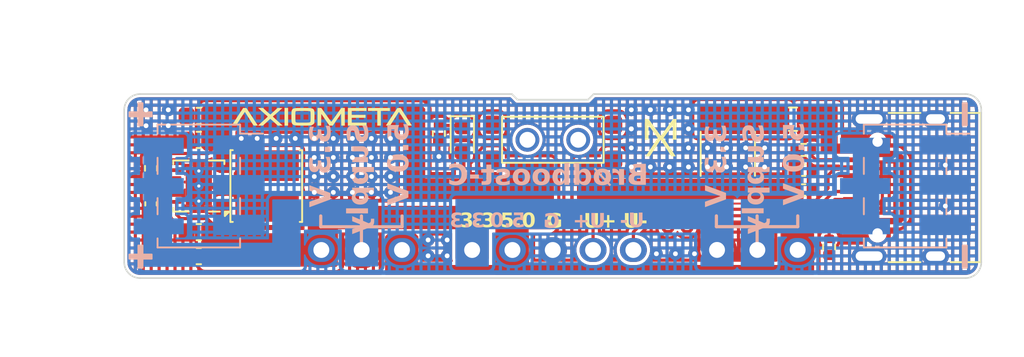
<source format=kicad_pcb>
(kicad_pcb (version 20240108) (generator "pcbnew") (generator_version "8.0")
  (layers (0 "F.Cu" mixed) (31 "B.Cu" mixed) (34 "B.Paste" user) (35 "F.Paste" user) (36 "B.SilkS" user "B.Silkscreen") (37 "F.SilkS" user "F.Silkscreen") (38 "B.Mask" user) (39 "F.Mask" user) (44 "Edge.Cuts" user))
  (net 0 "")
  (net 1 "GND")
  (net 2 "/V_IN")
  (net 3 "+3V3")
  (net 4 "+5V")
  (net 5 "Net-(F1-Pad1)")
  (net 6 "Net-(FB1-Pad2)")
  (net 7 "/BB_NET_1")
  (net 8 "/BB_NET_2")
  (net 9 "/CC2")
  (net 10 "/CC1")
  (net 15 "Net-(U4-EN)")
  (net 16 "/USB_M")
  (net 17 "/USB_P")
  (net 18 "Net-(D1-K)")
  (net 19 "/L2")
  (net 20 "/L1")
  (footprint "Capacitor_SMD:C_0603_1608Metric" (layer "F.Cu") (at 126.125 113.015 180)
    (property "Reference" "C3" (hide yes))
    (property "Value" "10uF")
    (pad "1" smd roundrect (at -0.775 0 180) (size 0.9 0.95) (layers "F.Cu" "F.Paste" "F.Mask") (net 3 "+3V3"))
    (pad "2" smd roundrect (at 0.775 0 180) (size 0.9 0.95) (layers "F.Cu" "F.Paste" "F.Mask") (net 1 "GND"))
  )
  (footprint "aArtWork:smaller_Axiometa" (layer "F.Cu") (at 134.191 104.474)
    (property "Reference" "G***" (hide yes))
    (property "Value" "LOGO" (hide yes))
  )
  (footprint "Connector_PinHeader_2.54mm:PinHeader_1x03_P2.54mm_Vertical" (layer "F.Cu") (at 133.844999 112.63 90)
    (property "Reference" "J3" (hide yes))
    (property "Value" "Select")
    (pad "1" thru_hole oval (at 0 0 90) (size 1.5 1.7) (drill 1) (layers "*.Cu" "*.Mask") (net 3 "+3V3"))
    (pad "2" thru_hole oval (at 0 2.54 90) (size 1.5 1.7) (drill 1) (layers "*.Cu" "*.Mask") (net 7 "/BB_NET_1"))
    (pad "3" thru_hole oval (at 0 5.079999 90) (size 1.5 1.7) (drill 1) (layers "*.Cu" "*.Mask") (net 4 "+5V"))
  )
  (footprint "Inductor_SMD:L_Sunlord_SWPA4012S" (layer "F.Cu") (at 130.375 108.6 90)
    (property "Reference" "L1" (hide yes))
    (property "Value" "2.2uH")
    (pad "1" smd rect (at -1.5 0 90) (size 1.1 3.7) (layers "F.Cu" "F.Paste" "F.Mask") (net 19 "/L2"))
    (pad "2" smd rect (at 1.5 0 90) (size 1.1 3.7) (layers "F.Cu" "F.Paste" "F.Mask") (net 20 "/L1"))
  )
  (footprint "Resistor_SMD:R_0402_1005Metric" (layer "F.Cu") (at 164.23 106.325)
    (property "Reference" "R3" (hide yes))
    (property "Value" "5.1k")
    (pad "1" smd roundrect (at -0.509999 0) (size 0.54 0.64) (layers "F.Cu" "F.Paste" "F.Mask") (net 1 "GND"))
    (pad "2" smd roundrect (at 0.509999 0) (size 0.54 0.64) (layers "F.Cu" "F.Paste" "F.Mask") (net 9 "/CC2"))
  )
  (footprint "Resistor_SMD:R_0402_1005Metric" (layer "F.Cu") (at 141.25 105.29 90)
    (property "Reference" "R1" (hide yes))
    (property "Value" "2k")
    (pad "1" smd roundrect (at -0.509999 0 90) (size 0.54 0.64) (layers "F.Cu" "F.Paste" "F.Mask") (net 1 "GND"))
    (pad "2" smd roundrect (at 0.509999 0 90) (size 0.54 0.64) (layers "F.Cu" "F.Paste" "F.Mask") (net 18 "Net-(D1-K)"))
  )
  (footprint "Capacitor_SMD:C_0805_2012Metric" (layer "F.Cu") (at 163.56 104.39)
    (property "Reference" "FB1" (hide yes))
    (property "Value" "FerriteBead")
    (pad "1" smd roundrect (at -0.95 0) (size 1 1.45) (layers "F.Cu" "F.Paste" "F.Mask") (net 5 "Net-(F1-Pad1)"))
    (pad "2" smd roundrect (at 0.95 0) (size 1 1.45) (layers "F.Cu" "F.Paste" "F.Mask") (net 6 "Net-(FB1-Pad2)"))
  )
  (footprint "Resistor_SMD:R_0402_1005Metric" (layer "F.Cu") (at 165.837 112.436 90)
    (property "Reference" "R4" (hide yes))
    (property "Value" "5.1k")
    (pad "1" smd roundrect (at -0.509999 0 90) (size 0.54 0.64) (layers "F.Cu" "F.Paste" "F.Mask") (net 1 "GND"))
    (pad "2" smd roundrect (at 0.509999 0 90) (size 0.54 0.64) (layers "F.Cu" "F.Paste" "F.Mask") (net 10 "/CC1"))
  )
  (footprint "Fuse:Fuse_1812_4532Metric_Pad1.30x3.40mm_HandSolder" (layer "F.Cu") (at 159.455 106.57 -90)
    (property "Reference" "F1" (hide yes))
    (property "Value" "Polyfuse")
    (pad "1" smd roundrect (at -2.225001 0 270) (size 1.3 3.4) (layers "F.Cu" "F.Paste" "F.Mask") (roundrect_rratio 0.192308) (net 5 "Net-(F1-Pad1)"))
    (pad "2" smd roundrect (at 2.225001 0 270) (size 1.3 3.4) (layers "F.Cu" "F.Paste" "F.Mask") (roundrect_rratio 0.192308) (net 2 "/V_IN"))
  )
  (footprint "Capacitor_SMD:C_0603_1608Metric" (layer "F.Cu") (at 126.125 104.185 180)
    (property "Reference" "C7" (hide yes))
    (property "Value" "100nF")
    (pad "1" smd roundrect (at -0.775 0 180) (size 0.9 0.95) (layers "F.Cu" "F.Paste" "F.Mask") (net 4 "+5V"))
    (pad "2" smd roundrect (at 0.775 0 180) (size 0.9 0.95) (layers "F.Cu" "F.Paste" "F.Mask") (net 1 "GND"))
  )
  (footprint "Connector_PinHeader_2.54mm:PinHeader_1x03_P2.54mm_Vertical" (layer "F.Cu") (at 158.775001 112.625 90)
    (property "Reference" "J4" (hide yes))
    (property "Value" "Select")
    (pad "1" thru_hole oval (at 0 0 90) (size 1.5 1.7) (drill 1) (layers "*.Cu" "*.Mask") (net 3 "+3V3"))
    (pad "2" thru_hole oval (at 0 2.54 90) (size 1.5 1.7) (drill 1) (layers "*.Cu" "*.Mask") (net 8 "/BB_NET_2"))
    (pad "3" thru_hole oval (at 0 5.079999 90) (size 1.5 1.7) (drill 1) (layers "*.Cu" "*.Mask") (net 4 "+5V"))
  )
  (footprint "Capacitor_SMD:C_0402_1005Metric" (layer "F.Cu") (at 164.235 107.6)
    (property "Reference" "C1" (hide yes))
    (property "Value" "1uF")
    (pad "1" smd roundrect (at -0.48 0) (size 0.56 0.62) (layers "F.Cu" "F.Paste" "F.Mask") (net 2 "/V_IN"))
    (pad "2" smd roundrect (at 0.48 0) (size 0.56 0.62) (layers "F.Cu" "F.Paste" "F.Mask") (net 1 "GND"))
  )
  (footprint "aFootprint:Switch_Side" (layer "F.Cu") (at 150.93 109.4375)
    (property "Reference" "U2" (hide yes))
    (property "Value" "Side_Switch_SMD")
    (pad "1" smd roundrect (at -6.3 -4.7) (size 1.15 1.15) (layers "F.Cu" "F.Paste" "F.Mask"))
    (pad "2" smd roundrect (at -6.3 -2.5) (size 1.15 1.15) (layers "F.Cu" "F.Paste" "F.Mask"))
    (pad "3" smd roundrect (at -4.7 -1.4) (size 1.15 1.675) (layers "F.Cu" "F.Paste" "F.Mask") (net 4 "+5V"))
    (pad "4" smd roundrect (at -3.2 -1.4) (size 1.15 1.675) (layers "F.Cu" "F.Paste" "F.Mask") (net 4 "+5V"))
    (pad "5" smd roundrect (at -0.2 -1.4) (size 1.15 1.675) (layers "F.Cu" "F.Paste" "F.Mask") (net 2 "/V_IN"))
    (pad "6" smd roundrect (at 1.3 -2.5) (size 1.15 1.15) (layers "F.Cu" "F.Paste" "F.Mask"))
    (pad "7" smd roundrect (at 1.3 -4.7) (size 1.15 1.15) (layers "F.Cu" "F.Paste" "F.Mask"))
    (pad "8" thru_hole circle (at -4.1 -3.75) (size 1.5 1.5) (drill 1) (layers "*.Cu" "*.Mask"))
    (pad "8" thru_hole circle (at -0.9 -3.75) (size 1.5 1.5) (drill 1) (layers "*.Cu" "*.Mask"))
  )
  (footprint "Capacitor_SMD:C_0603_1608Metric" (layer "F.Cu") (at 126.125 111.505 180)
    (property "Reference" "C4" (hide yes))
    (property "Value" "10uF")
    (pad "1" smd roundrect (at -0.775 0 180) (size 0.9 0.95) (layers "F.Cu" "F.Paste" "F.Mask") (net 3 "+3V3"))
    (pad "2" smd roundrect (at 0.775 0 180) (size 0.9 0.95) (layers "F.Cu" "F.Paste" "F.Mask") (net 1 "GND"))
  )
  (footprint "Package_SON:Texas_DRC0010J_ThermalVias" (layer "F.Cu") (at 126.125 108.6 180)
    (property "Reference" "U4" (hide yes))
    (property "Value" "TPS63001")
    (pad "1" smd roundrect (at -1.4 -1 180) (size 0.6 0.24) (layers "F.Cu" "F.Paste" "F.Mask") (net 3 "+3V3"))
    (pad "2" smd roundrect (at -1.4 -0.5 180) (size 0.6 0.24) (layers "F.Cu" "F.Paste" "F.Mask") (net 19 "/L2"))
    (pad "3" smd roundrect (at -1.4 0 180) (size 0.6 0.24) (layers "F.Cu" "F.Paste" "F.Mask") (net 1 "GND"))
    (pad "4" smd roundrect (at -1.4 0.5 180) (size 0.6 0.24) (layers "F.Cu" "F.Paste" "F.Mask") (net 20 "/L1"))
    (pad "5" smd roundrect (at -1.4 1 180) (size 0.6 0.24) (layers "F.Cu" "F.Paste" "F.Mask") (net 4 "+5V"))
    (pad "6" smd roundrect (at 1.4 1 180) (size 0.6 0.24) (layers "F.Cu" "F.Paste" "F.Mask") (net 15 "Net-(U4-EN)"))
    (pad "7" smd roundrect (at 1.4 0.5 180) (size 0.6 0.24) (layers "F.Cu" "F.Paste" "F.Mask") (net 15 "Net-(U4-EN)"))
    (pad "8" smd roundrect (at 1.4 0 180) (size 0.6 0.24) (layers "F.Cu" "F.Paste" "F.Mask") (net 15 "Net-(U4-EN)"))
    (pad "9" smd roundrect (at 1.4 -0.5 180) (size 0.6 0.24) (layers "F.Cu" "F.Paste" "F.Mask") (net 1 "GND"))
    (pad "10" smd roundrect (at 1.4 -1 180) (size 0.6 0.24) (layers "F.Cu" "F.Paste" "F.Mask") (net 3 "+3V3"))
    (pad "11" thru_hole circle (at 0 -0.95 180) (size 0.5 0.5) (drill 0.2) (layers "*.Cu") (net 1 "GND"))
    (pad "11" thru_hole circle (at 0 0 180) (size 0.5 0.5) (drill 0.2) (layers "*.Cu") (net 1 "GND"))
    (pad "11" smd custom (at 0 0 180) (size 1.65 2.4) (layers "F.Cu" "F.Mask") (net 1 "GND") (options (clearance outline) (anchor rect)) (primitives (gr_poly (pts (xy -0.125 -1.1) (xy 0.125 -1.1) (xy 0.125 -1.7) (xy 0.375 -1.7) (xy 0.375 1.7) (xy 0.125 1.7) (xy 0.125 1.1) (xy -0.125 1.1) (xy -0.125 1.7) (xy -0.375 1.7) (xy -0.375 -1.7) (xy -0.125 -1.7)) (width 0) (fill yes))))
    (pad "11" thru_hole circle (at 0 0.95 180) (size 0.5 0.5) (drill 0.2) (layers "*.Cu") (net 1 "GND"))
  )
  (footprint "LED_SMD:LED_0603_1608Metric" (layer "F.Cu") (at 142.725 105.6875 -90)
    (property "Reference" "D1" (hide yes))
    (property "Value" "C2286")
    (pad "1" smd roundrect (at -0.787501 0 270) (size 0.875 0.95) (layers "F.Cu" "F.Paste" "F.Mask") (net 18 "Net-(D1-K)"))
    (pad "2" smd roundrect (at 0.787501 0 270) (size 0.875 0.95) (layers "F.Cu" "F.Paste" "F.Mask") (net 4 "+5V"))
  )
  (footprint "Capacitor_SMD:C_0402_1005Metric" (layer "F.Cu") (at 123.115 109.7225 -90)
    (property "Reference" "C5" (hide yes))
    (property "Value" "100nF")
    (pad "1" smd roundrect (at -0.48 0 270) (size 0.56 0.62) (layers "F.Cu" "F.Paste" "F.Mask") (net 15 "Net-(U4-EN)"))
    (pad "2" smd roundrect (at 0.48 0 270) (size 0.56 0.62) (layers "F.Cu" "F.Paste" "F.Mask") (net 1 "GND"))
  )
  (footprint "Capacitor_SMD:C_0402_1005Metric" (layer "F.Cu") (at 164.23 108.85)
    (property "Reference" "C2" (hide yes))
    (property "Value" "100nF")
    (pad "1" smd roundrect (at -0.48 0) (size 0.56 0.62) (layers "F.Cu" "F.Paste" "F.Mask") (net 2 "/V_IN"))
    (pad "2" smd roundrect (at 0.48 0) (size 0.56 0.62) (layers "F.Cu" "F.Paste" "F.Mask") (net 1 "GND"))
  )
  (footprint "Connector_PinHeader_2.54mm:PinHeader_1x05_P2.54mm_Horizontal" (layer "F.Cu") (at 148.425 112.63 90)
    (property "Reference" "J6" (hide yes))
    (property "Value" "Breakout" (hide yes))
    (pad "1" thru_hole oval (at 0 -5.08 90) (size 1.5 1.7) (drill 1) (layers "*.Cu" "*.Mask") (net 3 "+3V3"))
    (pad "2" thru_hole oval (at 0 -2.54 90) (size 1.5 1.7) (drill 1) (layers "*.Cu" "*.Mask") (net 4 "+5V"))
    (pad "3" thru_hole oval (at 0 0 90) (size 1.5 1.7) (drill 1) (layers "*.Cu" "*.Mask") (net 1 "GND"))
    (pad "4" thru_hole oval (at 0 2.54 90) (size 1.5 1.7) (drill 1) (layers "*.Cu" "*.Mask") (net 17 "/USB_P"))
    (pad "5" thru_hole oval (at 0 5.08 90) (size 1.5 1.7) (drill 1) (layers "*.Cu" "*.Mask") (net 16 "/USB_M"))
  )
  (footprint "aArtWork:Axiometa_2mm" (layer "F.Cu") (at 155.226 105.55)
    (property "Reference" "G***" (hide yes))
    (property "Value" "LOGO" (hide yes))
  )
  (footprint "Capacitor_SMD:C_0603_1608Metric" (layer "F.Cu") (at 126.125 105.695 180)
    (property "Reference" "C6" (hide yes))
    (property "Value" "10uF")
    (pad "1" smd roundrect (at -0.775 0 180) (size 0.9 0.95) (layers "F.Cu" "F.Paste" "F.Mask") (net 4 "+5V"))
    (pad "2" smd roundrect (at 0.775 0 180) (size 0.9 0.95) (layers "F.Cu" "F.Paste" "F.Mask") (net 1 "GND"))
  )
  (footprint "Resistor_SMD:R_0402_1005Metric" (layer "F.Cu") (at 123.115 107.4825 -90)
    (property "Reference" "R2" (hide yes))
    (property "Value" "100")
    (pad "1" smd roundrect (at -0.51 0 270) (size 0.54 0.64) (layers "F.Cu" "F.Paste" "F.Mask") (net 4 "+5V"))
    (pad "2" smd roundrect (at 0.51 0 270) (size 0.54 0.64) (layers "F.Cu" "F.Paste" "F.Mask") (net 15 "Net-(U4-EN)"))
  )
  (footprint "Connector_USB:USB_C_Receptacle_HRO_TYPE-C-31-M-12" (layer "F.Cu") (at 171.49 108.695 90)
    (property "Reference" "P1" (hide yes))
    (property "Value" "USB Type C")
    (pad "" np_thru_hole circle (at -2.89 -2.6 90) (size 0.65 0.65) (drill 0.65) (layers "*.Cu" "*.Mask"))
    (pad "" np_thru_hole circle (at 2.89 -2.6 90) (size 0.65 0.65) (drill 0.65) (layers "*.Cu" "*.Mask"))
    (pad "A1" smd rect (at -3.25 -4.045 90) (size 0.6 1.45) (layers "F.Cu" "F.Paste" "F.Mask") (net 1 "GND"))
    (pad "A4" smd rect (at -2.450001 -4.045 90) (size 0.6 1.45) (layers "F.Cu" "F.Paste" "F.Mask") (net 6 "Net-(FB1-Pad2)"))
    (pad "A5" smd rect (at -1.25 -4.044999 90) (size 0.3 1.45) (layers "F.Cu" "F.Paste" "F.Mask") (net 10 "/CC1"))
    (pad "A6" smd rect (at -0.25 -4.045 90) (size 0.3 1.45) (layers "F.Cu" "F.Paste" "F.Mask") (net 17 "/USB_P"))
    (pad "A7" smd rect (at 0.25 -4.045 90) (size 0.3 1.45) (layers "F.Cu" "F.Paste" "F.Mask") (net 16 "/USB_M"))
    (pad "A8" smd rect (at 1.25 -4.044999 90) (size 0.3 1.45) (layers "F.Cu" "F.Paste" "F.Mask"))
    (pad "A9" smd rect (at 2.450001 -4.045 90) (size 0.6 1.45) (layers "F.Cu" "F.Paste" "F.Mask") (net 6 "Net-(FB1-Pad2)"))
    (pad "A12" smd rect (at 3.25 -4.045 90) (size 0.6 1.45) (layers "F.Cu" "F.Paste" "F.Mask") (net 1 "GND"))
    (pad "B1" smd rect (at 3.25 -4.045 90) (size 0.6 1.45) (layers "F.Cu" "F.Paste" "F.Mask") (net 1 "GND"))
    (pad "B4" smd rect (at 2.450001 -4.045 90) (size 0.6 1.45) (layers "F.Cu" "F.Paste" "F.Mask") (net 6 "Net-(FB1-Pad2)"))
    (pad "B5" smd rect (at 1.75 -4.045 90) (size 0.3 1.45) (layers "F.Cu" "F.Paste" "F.Mask") (net 9 "/CC2"))
    (pad "B6" smd rect (at 0.75 -4.045 90) (size 0.3 1.45) (layers "F.Cu" "F.Paste" "F.Mask") (net 17 "/USB_P"))
    (pad "B7" smd rect (at -0.75 -4.045 90) (size 0.3 1.45) (layers "F.Cu" "F.Paste" "F.Mask") (net 16 "/USB_M"))
    (pad "B8" smd rect (at -1.75 -4.045 90) (size 0.3 1.45) (layers "F.Cu" "F.Paste" "F.Mask"))
    (pad "B9" smd rect (at -2.450001 -4.045 90) (size 0.6 1.45) (layers "F.Cu" "F.Paste" "F.Mask") (net 6 "Net-(FB1-Pad2)"))
    (pad "B12" smd rect (at -3.25 -4.045 90) (size 0.6 1.45) (layers "F.Cu" "F.Paste" "F.Mask") (net 1 "GND"))
    (pad "S1" thru_hole oval (at -4.32 -3.13 90) (size 1 2.1) (drill oval 0.6 1.7) (layers "*.Cu" "*.Mask") (net 1 "GND"))
    (pad "S1" thru_hole oval (at -4.32 1.05 90) (size 1 1.6) (drill oval 0.6 1.2) (layers "*.Cu" "*.Mask") (net 1 "GND"))
    (pad "S1" thru_hole oval (at 4.32 -3.13 90) (size 1 2.1) (drill oval 0.6 1.7) (layers "*.Cu" "*.Mask") (net 1 "GND"))
    (pad "S1" thru_hole oval (at 4.32 1.05 90) (size 1 1.6) (drill oval 0.6 1.2) (layers "*.Cu" "*.Mask") (net 1 "GND"))
  )
  (footprint "Connector_PinHeader_2.54mm:PinHeader_2x03_P2.54mm_Vertical_SMD" (layer "B.Cu") (at 170.625 108.6 180)
    (property "Reference" "J1" (hide yes))
    (property "Value" "Conn_02x02_Counter_Clockwise")
    (pad "1" smd rect (at -2.525 2.54 180) (size 3.15 1) (layers "B.Cu" "B.Paste" "B.Mask") (net 1 "GND"))
    (pad "2" smd rect (at 2.525 2.54 180) (size 3.15 1) (layers "B.Cu" "B.Paste" "B.Mask") (net 8 "/BB_NET_2"))
    (pad "3" smd rect (at -2.525 0 180) (size 3.15 1) (layers "B.Cu" "B.Paste" "B.Mask") (net 1 "GND"))
    (pad "4" smd rect (at 2.525 0 180) (size 3.15 1) (layers "B.Cu" "B.Paste" "B.Mask") (net 8 "/BB_NET_2"))
    (pad "5" smd rect (at -2.525 -2.54 180) (size 3.15 1) (layers "B.Cu" "B.Paste" "B.Mask") (net 1 "GND"))
    (pad "6" smd rect (at 2.525 -2.54 180) (size 3.15 1) (layers "B.Cu" "B.Paste" "B.Mask") (net 8 "/BB_NET_2"))
  )
  (footprint "Connector_PinHeader_2.54mm:PinHeader_2x03_P2.54mm_Vertical_SMD" (layer "B.Cu") (at 126.125 108.6 180)
    (property "Reference" "J2" (hide yes))
    (property "Value" "Conn_02x02_Counter_Clockwise")
    (pad "1" smd rect (at -2.525 2.54 180) (size 3.15 1) (layers "B.Cu" "B.Paste" "B.Mask") (net 1 "GND"))
    (pad "2" smd rect (at 2.525 2.54 180) (size 3.15 1) (layers "B.Cu" "B.Paste" "B.Mask") (net 7 "/BB_NET_1"))
    (pad "3" smd rect (at -2.525 0 180) (size 3.15 1) (layers "B.Cu" "B.Paste" "B.Mask") (net 1 "GND"))
    (pad "4" smd rect (at 2.525 0 180) (size 3.15 1) (layers "B.Cu" "B.Paste" "B.Mask") (net 7 "/BB_NET_1"))
    (pad "5" smd rect (at -2.525 -2.54 180) (size 3.15 1) (layers "B.Cu" "B.Paste" "B.Mask") (net 1 "GND"))
    (pad "6" smd rect (at 2.525 -2.54 180) (size 3.15 1) (layers "B.Cu" "B.Paste" "B.Mask") (net 7 "/BB_NET_1"))
  )
  (gr_line (start 163.860002 110.48) (end 163.860002 111.16) (stroke (width 0.2)) (layer "B.SilkS"))
  (gr_line (start 136.372498 110.485) (end 136.372498 111.165) (stroke (width 0.2)) (layer "B.SilkS"))
  (gr_rect (start 121.748 103.941) (end 123.162 104.217) (stroke (width 0.1)) (fill solid) (layer "B.SilkS"))
  (gr_rect (start 122.31 103.372) (end 122.586 104.786) (stroke (width 0.1)) (fill solid) (layer "B.SilkS"))
  (gr_line (start 161.300001 110.48) (end 161.300001 111.16) (stroke (width 0.2)) (layer "B.SilkS"))
  (gr_line (start 133.807499 110.485) (end 133.807499 111.165) (stroke (width 0.2)) (layer "B.SilkS"))
  (gr_rect (start 174.247 112.341) (end 174.523 113.755) (stroke (width 0.1)) (fill solid) (layer "B.SilkS"))
  (gr_rect (start 174.247 103.372) (end 174.523 104.786) (stroke (width 0.1)) (fill solid) (layer "B.SilkS"))
  (gr_rect (start 121.748 112.91) (end 123.162 113.186) (stroke (width 0.1)) (fill solid) (layer "B.SilkS"))
  (gr_rect (start 122.31 112.341) (end 122.586 113.755) (stroke (width 0.1)) (fill solid) (layer "B.SilkS"))
  (gr_line (start 136.369999 111.165) (end 136.369999 112.63) (stroke (width 0.2)) (layer "B.SilkS"))
  (gr_line (start 138.932499 110.485) (end 138.932499 111.165) (stroke (width 0.2)) (layer "B.SilkS"))
  (gr_line (start 163.860002 111.16) (end 158.735002 111.16) (stroke (width 0.2)) (layer "B.SilkS"))
  (gr_line (start 158.735002 110.48) (end 158.735002 111.16) (stroke (width 0.2)) (layer "B.SilkS"))
  (gr_line (start 161.300001 111.16) (end 161.300001 112.625) (stroke (width 0.2)) (layer "B.SilkS"))
  (gr_line (start 138.932499 111.165) (end 133.807499 111.165) (stroke (width 0.2)) (layer "B.SilkS"))
  (gr_line (start 174.425 114.4) (end 122.425 114.4) (stroke (width 0.1)) (layer "Edge.Cuts"))
  (gr_line (start 174.425001 102.805) (end 151.000001 102.805) (stroke (width 0.1)) (layer "Edge.Cuts"))
  (gr_line (start 146.203553 103.158553) (end 145.85 102.805) (stroke (width 0.1)) (layer "Edge.Cuts"))
  (gr_line (start 122.425 102.805) (end 145.85 102.805) (stroke (width 0.1)) (layer "Edge.Cuts"))
  (gr_arc (start 121.425 103.805) (mid 121.717893 103.097893) (end 122.425 102.805) (stroke (width 0.1)) (layer "Edge.Cuts"))
  (gr_arc (start 174.425001 102.805) (mid 175.132107 103.097894) (end 175.425 103.805) (stroke (width 0.1)) (layer "Edge.Cuts"))
  (gr_arc (start 175.425 113.4) (mid 175.132107 114.107107) (end 174.425 114.4) (stroke (width 0.1)) (layer "Edge.Cuts"))
  (gr_line (start 150.646448 103.158553) (end 151.000001 102.805) (stroke (width 0.1)) (layer "Edge.Cuts"))
  (gr_arc (start 122.425 114.4) (mid 121.717893 114.107107) (end 121.425 113.4) (stroke (width 0.1)) (layer "Edge.Cuts"))
  (gr_line (start 150.646448 103.158553) (end 146.203553 103.158553) (stroke (width 0.1)) (layer "Edge.Cuts"))
  (gr_line (start 121.425 113.4) (end 121.425 103.805) (stroke (width 0.1)) (layer "Edge.Cuts"))
  (gr_line (start 175.425 103.805) (end 175.425 113.4) (stroke (width 0.1)) (layer "Edge.Cuts"))
  (gr_text "U-" (at 154.195 111.343 -0) (layer "B.SilkS") (effects (font (size 0.9 0.9) (thickness 0.2) (bold yes)) (justify left bottom mirror)))
  (gr_text "5.0" (at 146.7 111.337 -0) (layer "B.SilkS") (effects (font (size 0.9 0.9) (thickness 0.2) (bold yes)) (justify left bottom mirror)))
  (gr_text "5.0 V" (at 164.477503 104.557 90) (layer "B.SilkS") (effects (font (size 1.3 1.3) (thickness 0.325) (bold yes)) (justify left bottom mirror)))
  (gr_text "3.3" (at 144.148 111.347 -0) (layer "B.SilkS") (effects (font (size 0.9 0.9) (thickness 0.2) (bold yes)) (justify left bottom mirror)))
  (gr_text "Supply" (at 161.932714 104.637 90) (layer "B.SilkS") (effects (font (size 1.3 1.3) (thickness 0.325) (bold yes)) (justify left bottom mirror)))
  (gr_text "5.0 V" (at 139.55 104.562 90) (layer "B.SilkS") (effects (font (size 1.3 1.3) (thickness 0.325) (bold yes)) (justify left bottom mirror)))
  (gr_text "3.3 V" (at 134.635 104.682 90) (layer "B.SilkS") (effects (font (size 1.3 1.3) (thickness 0.325) (bold yes)) (justify left bottom mirror)))
  (gr_text "U+" (at 151.762 111.366 -0) (layer "B.SilkS") (effects (font (size 0.9 0.9) (thickness 0.2) (bold yes)) (justify left bottom mirror)))
  (gr_text "Brødboost-C" (at 148.121 108.746 0) (layer "B.SilkS") (effects (font (size 1.3 1.3) (thickness 0.06) (bold yes)) (justify bottom mirror)))
  (gr_text "G" (at 148.863 111.383 -0) (layer "B.SilkS") (effects (font (size 0.9 0.9) (thickness 0.2) (bold yes)) (justify left bottom mirror)))
  (gr_text "3.3 V" (at 159.562503 104.677 90) (layer "B.SilkS") (effects (font (size 1.3 1.3) (thickness 0.325) (bold yes)) (justify left bottom mirror)))
  (gr_text "Supply" (at 137.005211 104.642 90) (layer "B.SilkS") (effects (font (size 1.3 1.3) (thickness 0.325) (bold yes)) (justify left bottom mirror)))
  (gr_text "3.3" (at 142.566 111.343 0) (layer "F.SilkS") (effects (font (size 0.9 0.9) (thickness 0.2) (bold yes)) (justify left bottom)))
  (gr_text "5.0" (at 145.12 111.343 0) (layer "F.SilkS") (effects (font (size 0.9 0.9) (thickness 0.2) (bold yes)) (justify left bottom)))
  (gr_text "U+" (at 150.368 111.372 0) (layer "F.SilkS") (effects (font (size 0.9 0.9) (thickness 0.2) (bold yes)) (justify left bottom)))
  (gr_text "U-" (at 152.855 111.372 0) (layer "F.SilkS") (effects (font (size 0.9 0.9) (thickness 0.2) (bold yes)) (justify left bottom)))
  (gr_text "G" (at 148.008 111.372 0) (layer "F.SilkS") (effects (font (size 0.9 0.9) (thickness 0.2) (bold yes)) (justify left bottom)))
  (segment (start 127.525 108.6) (end 126.7 108.6) (width 0.2) (layer "F.Cu") (net 1))
  (segment (start 141.25 105.799999) (end 141.25 106.74) (width 0.2) (layer "F.Cu") (net 1))
  (via (at 154.954 112.867) (size 0.5) (drill 0.3) (layers "F.Cu" "B.Cu") (net 1))
  (via (at 156.974 107.397) (size 0.5) (drill 0.3) (layers "F.Cu" "B.Cu") (net 1))
  (via (at 161.774 106.198) (size 0.5) (drill 0.3) (layers "F.Cu" "B.Cu") (net 1))
  (via (at 155.774 107.397) (size 0.5) (drill 0.3) (layers "F.Cu" "B.Cu") (net 1))
  (via (at 141.771 111.997) (size 0.5) (drill 0.3) (layers "F.Cu" "B.Cu") (net 1))
  (via (at 153.374 104.997) (size 0.5) (drill 0.3) (layers "F.Cu" "B.Cu") (net 1))
  (via (at 133.4 106.8) (size 0.5) (drill 0.3) (layers "F.Cu" "B.Cu") (net 1))
  (via (at 156.975 104.998) (size 0.5) (drill 0.3) (layers "F.Cu" "B.Cu") (net 1))
  (via (at 156.975 106.198) (size 0.5) (drill 0.3) (layers "F.Cu" "B.Cu") (net 1))
  (via (at 135.8 108) (size 0.5) (drill 0.3) (layers "F.Cu" "B.Cu") (net 1))
  (via (at 173.16 107.28) (size 0.5) (drill 0.3) (layers "F.Cu" "B.Cu") (net 1))
  (via (at 161.773 107.399) (size 0.5) (drill 0.3) (layers "F.Cu" "B.Cu") (net 1))
  (via (at 153.374 103.797) (size 0.5) (drill 0.3) (layers "F.Cu" "B.Cu") (net 1))
  (via (at 156.974 103.797) (size 0.5) (drill 0.3) (layers "F.Cu" "B.Cu") (net 1))
  (via (at 134.6 109) (size 0.5) (drill 0.3) (layers "F.Cu" "B.Cu") (net 1))
  (via (at 140.571 111.997) (size 0.5) (drill 0.3) (layers "F.Cu" "B.Cu") (net 1))
  (via (at 129.8 105.6) (size 0.5) (drill 0.3) (layers "F.Cu" "B.Cu") (net 1))
  (via (at 131 105.6) (size 0.5) (drill 0.3) (layers "F.Cu" "B.Cu") (net 1))
  (via (at 158.174 107.397) (size 0.5) (drill 0.3) (layers "F.Cu" "B.Cu") (net 1))
  (via (at 122.8 104.8) (size 0.5) (drill 0.3) (layers "F.Cu" "B.Cu") (net 1))
  (via (at 135.8 109) (size 0.5) (drill 0.3) (layers "F.Cu" "B.Cu") (net 1))
  (via (at 137 109) (size 0.5) (drill 0.3) (layers "F.Cu" "B.Cu") (net 1))
  (via (at 153.374 106.197) (size 0.5) (drill 0.3) (layers "F.Cu" "B.Cu") (net 1))
  (via (at 124.2 103.8) (size 0.5) (drill 0.3) (layers "F.Cu" "B.Cu") (net 1))
  (via (at 134.6 106.8) (size 0.5) (drill 0.3) (layers "F.Cu" "B.Cu") (net 1))
  (via (at 134.6 108) (size 0.5) (drill 0.3) (layers "F.Cu" "B.Cu") (net 1))
  (via (at 138.2 109) (size 0.5) (drill 0.3) (layers "F.Cu" "B.Cu") (net 1))
  (via (at 122.8 103.8) (size 0.5) (drill 0.3) (layers "F.Cu" "B.Cu") (net 1))
  (via (at 157.354 112.867) (size 0.5) (drill 0.3) (layers "F.Cu" "B.Cu") (net 1))
  (via (at 155.774 103.797) (size 0.5) (drill 0.3) (layers "F.Cu" "B.Cu") (net 1))
  (via (at 156.154 112.867) (size 0.5) (drill 0.3) (layers "F.Cu" "B.Cu") (net 1))
  (via (at 160.574 107.398) (size 0.5) (drill 0.3) (layers "F.Cu" "B.Cu") (net 1))
  (via (at 138.2 108) (size 0.5) (drill 0.3) (layers "F.Cu" "B.Cu") (net 1))
  (via (at 138.2 106.8) (size 0.5) (drill 0.3) (layers "F.Cu" "B.Cu") (net 1))
  (via (at 137 108) (size 0.5) (drill 0.3) (layers "F.Cu" "B.Cu") (net 1))
  (via (at 132.2 105.6) (size 0.5) (drill 0.3) (layers "F.Cu" "B.Cu") (net 1))
  (via (at 159.374 106.197) (size 0.5) (drill 0.3) (layers "F.Cu" "B.Cu") (net 1))
  (via (at 140.571 112.997) (size 0.5) (drill 0.3) (layers "F.Cu" "B.Cu") (net 1))
  (via (at 128.8 105.6) (size 0.5) (drill 0.3) (layers "F.Cu" "B.Cu") (net 1))
  (via (at 138.2 105.6) (size 0.5) (drill 0.3) (layers "F.Cu" "B.Cu") (net 1))
  (via (at 133.4 105.6) (size 0.5) (drill 0.3) (layers "F.Cu" "B.Cu") (net 1))
  (via (at 135.8 106.8) (size 0.5) (drill 0.3) (layers "F.Cu" "B.Cu") (net 1))
  (via (at 160.575 106.198) (size 0.5) (drill 0.3) (layers "F.Cu" "B.Cu") (net 1))
  (via (at 137 106.8) (size 0.5) (drill 0.3) (layers "F.Cu" "B.Cu") (net 1))
  (via (at 133.4 108) (size 0.5) (drill 0.3) (layers "F.Cu" "B.Cu") (net 1))
  (via (at 133.4 109) (size 0.5) (drill 0.3) (layers "F.Cu" "B.Cu") (net 1))
  (via (at 153.374 107.397) (size 0.5) (drill 0.3) (layers "F.Cu" "B.Cu") (net 1))
  (via (at 154.574 107.397) (size 0.5) (drill 0.3) (layers "F.Cu" "B.Cu") (net 1))
  (via (at 153.374 104.997) (size 0.5) (drill 0.3) (layers "F.Cu" "B.Cu") (net 1))
  (via (at 158.174 106.197) (size 0.5) (drill 0.3) (layers "F.Cu" "B.Cu") (net 1))
  (via (at 134.6 105.6) (size 0.5) (drill 0.3) (layers "F.Cu" "B.Cu") (net 1))
  (via (at 124.2 104.8) (size 0.5) (drill 0.3) (layers "F.Cu" "B.Cu") (net 1))
  (via (at 154.574 103.797) (size 0.5) (drill 0.3) (layers "F.Cu" "B.Cu") (net 1))
  (via (at 141.25 106.74) (size 0.5) (drill 0.3) (layers "F.Cu" "B.Cu") (net 1))
  (via (at 173.16 109.86) (size 0.5) (drill 0.3) (layers "F.Cu" "B.Cu") (net 1))
  (via (at 159.375 107.398) (size 0.5) (drill 0.3) (layers "F.Cu" "B.Cu") (net 1))
  (via (at 154.574 103.797) (size 0.5) (drill 0.3) (layers "F.Cu" "B.Cu") (net 1))
  (via (at 135.8 105.6) (size 0.5) (drill 0.3) (layers "F.Cu" "B.Cu") (net 1))
  (via (at 137 105.6) (size 0.5) (drill 0.3) (layers "F.Cu" "B.Cu") (net 1))
  (via (at 141.771 112.997) (size 0.5) (drill 0.3) (layers "F.Cu" "B.Cu") (net 1))
  (segment (start 173.16 111.13) (end 173.15 111.14) (width 0.4) (layer "B.Cu") (net 1))
  (segment (start 173.15 107.27) (end 173.16 107.28) (width 0.4) (layer "B.Cu") (net 1))
  (segment (start 173.15 107.29) (end 173.16 107.28) (width 0.4) (layer "B.Cu") (net 1))
  (segment (start 173.15 109.85) (end 173.16 109.86) (width 0.4) (layer "B.Cu") (net 1))
  (segment (start 124.725 110.4) (end 124.975 110.65) (width 0.2) (layer "F.Cu") (net 3))
  (segment (start 126.875 110.875) (end 126.875 111.48) (width 0.2) (layer "F.Cu") (net 3))
  (segment (start 126.875 111.48) (end 126.9 111.505) (width 0.2) (layer "F.Cu") (net 3))
  (segment (start 124.975 110.65) (end 126.65 110.65) (width 0.2) (layer "F.Cu") (net 3))
  (segment (start 126.65 110.65) (end 126.875 110.875) (width 0.2) (layer "F.Cu") (net 3))
  (segment (start 124.725 109.6) (end 124.725 110.4) (width 0.2) (layer "F.Cu") (net 3))
  (segment (start 126.9 106.375) (end 126.725 106.55) (width 0.2) (layer "F.Cu") (net 4))
  (segment (start 123.115 106.735) (end 123.115 106.9725) (width 0.2) (layer "F.Cu") (net 4))
  (segment (start 126.9 105.695) (end 126.9 106.375) (width 0.2) (layer "F.Cu") (net 4))
  (segment (start 142.725 106.475001) (end 142.725 108.545) (width 0.4) (layer "F.Cu") (net 4))
  (segment (start 126.725 106.55) (end 123.3 106.55) (width 0.2) (layer "F.Cu") (net 4))
  (segment (start 123.3 106.55) (end 123.115 106.735) (width 0.2) (layer "F.Cu") (net 4))
  (segment (start 159.500001 104.39) (end 159.455 104.344999) (width 0.5) (layer "F.Cu") (net 5))
  (segment (start 162.61 104.39) (end 159.500001 104.39) (width 0.5) (layer "F.Cu") (net 5))
  (segment (start 168.568984 106.58) (end 168.233983 106.244999) (width 0.4) (layer "F.Cu") (net 6))
  (segment (start 167.445 111.145001) (end 168.233983 111.145001) (width 0.4) (layer "F.Cu") (net 6))
  (segment (start 168.233983 111.145001) (end 168.568984 110.81) (width 0.4) (layer "F.Cu") (net 6))
  (segment (start 168.568984 110.81) (end 170.215 110.81) (width 0.4) (layer "F.Cu") (net 6))
  (segment (start 170.475 110.55) (end 170.475 106.925) (width 0.4) (layer "F.Cu") (net 6))
  (segment (start 170.215 110.81) (end 170.475 110.55) (width 0.4) (layer "F.Cu") (net 6))
  (segment (start 170.475 106.925) (end 170.13 106.58) (width 0.4) (layer "F.Cu") (net 6))
  (segment (start 168.233983 106.244999) (end 167.445 106.244999) (width 0.4) (layer "F.Cu") (net 6))
  (segment (start 170.13 106.58) (end 168.568984 106.58) (width 0.4) (layer "F.Cu") (net 6))
  (segment (start 167.445 106.945) (end 164.995 106.945) (width 0.2) (layer "F.Cu") (net 9))
  (segment (start 164.739999 106.689999) (end 164.739999 106.325) (width 0.2) (layer "F.Cu") (net 9))
  (segment (start 164.995 106.945) (end 164.739999 106.689999) (width 0.2) (layer "F.Cu") (net 9))
  (segment (start 165.837 111.926001) (end 165.837 110.373) (width 0.2) (layer "F.Cu") (net 10))
  (segment (start 166.265 109.945) (end 167.445001 109.945) (width 0.2) (layer "F.Cu") (net 10))
  (segment (start 165.837 110.373) (end 166.265 109.945) (width 0.2) (layer "F.Cu") (net 10))
  (segment (start 123.925 108.5) (end 123.925 108.1) (width 0.2) (layer "F.Cu") (net 15))
  (segment (start 123.2225 108.1) (end 123.115 107.9925) (width 0.2) (layer "F.Cu") (net 15))
  (segment (start 124.725 107.6) (end 124.05 107.6) (width 0.2) (layer "F.Cu") (net 15))
  (segment (start 123.925 107.725) (end 123.925 108.1) (width 0.2) (layer "F.Cu") (net 15))
  (segment (start 124.025 108.6) (end 123.925 108.5) (width 0.2) (layer "F.Cu") (net 15))
  (segment (start 124.725 108.6) (end 124.025 108.6) (width 0.2) (layer "F.Cu") (net 15))
  (segment (start 124.725 108.1) (end 123.925 108.1) (width 0.2) (layer "F.Cu") (net 15))
  (segment (start 124.05 107.6) (end 123.925 107.725) (width 0.2) (layer "F.Cu") (net 15))
  (segment (start 123.925 108.1) (end 123.2225 108.1) (width 0.2) (layer "F.Cu") (net 15))
  (segment (start 123.115 107.9925) (end 123.115 109.2425) (width 0.2) (layer "F.Cu") (net 15))
  (segment (start 165.172314 110.472) (end 157.424446 110.472) (width 0.2) (layer "F.Cu") (net 16))
  (segment (start 157.184446 110.712) (end 157.184446 111.232) (width 0.2) (layer "F.Cu") (net 16))
  (segment (start 155.144446 110.472) (end 155.024446 110.472) (width 0.2) (layer "F.Cu") (net 16))
  (segment (start 155.024446 110.472) (end 154.528 110.472) (width 0.2) (layer "F.Cu") (net 16))
  (segment (start 153.505 111.495) (end 153.505 112.63) (width 0.2) (layer "F.Cu") (net 16))
  (segment (start 155.984446 110.712) (end 155.984446 111.232) (width 0.2) (layer "F.Cu") (net 16))
  (segment (start 168.79 108.6) (end 168.79 109.31) (width 0.2) (layer "F.Cu") (net 16))
  (segment (start 156.944446 111.472) (end 156.824446 111.472) (width 0.2) (layer "F.Cu") (net 16))
  (segment (start 154.528 110.472) (end 154.473728 110.526272) (width 0.2) (layer "F.Cu") (net 16))
  (segment (start 167.445 109.445) (end 166.199314 109.445) (width 0.2) (layer "F.Cu") (net 16))
  (segment (start 168.79 109.31) (end 168.655 109.445) (width 0.2) (layer "F.Cu") (net 16))
  (segment (start 155.384446 111.232) (end 155.384446 110.712) (width 0.2) (layer "F.Cu") (net 16))
  (segment (start 155.744446 111.472) (end 155.624446 111.472) (width 0.2) (layer "F.Cu") (net 16))
  (segment (start 156.584446 111.232) (end 156.584446 110.712) (width 0.2) (layer "F.Cu") (net 16))
  (segment (start 167.445 108.445) (end 168.635 108.445) (width 0.2) (layer "F.Cu") (net 16))
  (segment (start 168.655 109.445) (end 167.445 109.445) (width 0.2) (layer "F.Cu") (net 16))
  (segment (start 156.344446 110.472) (end 156.224446 110.472) (width 0.2) (layer "F.Cu") (net 16))
  (segment (start 168.635 108.445) (end 168.79 108.6) (width 0.2) (layer "F.Cu") (net 16))
  (segment (start 166.199314 109.445) (end 165.172314 110.472) (width 0.2) (layer "F.Cu") (net 16))
  (segment (start 154.473728 110.526272) (end 153.505 111.495) (width 0.2) (layer "F.Cu") (net 16))
  (arc (start 155.384446 110.712) (mid 155.314152 110.542294) (end 155.144446 110.472) (width 0.2) (layer "F.Cu") (net 16))
  (arc (start 155.624446 111.472) (mid 155.45474 111.401706) (end 155.384446 111.232) (width 0.2) (layer "F.Cu") (net 16))
  (arc (start 157.184446 111.232) (mid 157.114152 111.401706) (end 156.944446 111.472) (width 0.2) (layer "F.Cu") (net 16))
  (arc (start 157.424446 110.472) (mid 157.25474 110.542294) (end 157.184446 110.712) (width 0.2) (layer "F.Cu") (net 16))
  (arc (start 156.224446 110.472) (mid 156.05474 110.542294) (end 155.984446 110.712) (width 0.2) (layer "F.Cu") (net 16))
  (arc (start 155.984446 111.232) (mid 155.914152 111.401706) (end 155.744446 111.472) (width 0.2) (layer "F.Cu") (net 16))
  (arc (start 156.584446 110.712) (mid 156.514152 110.542294) (end 156.344446 110.472) (width 0.2) (layer "F.Cu") (net 16))
  (arc (start 156.824446 111.472) (mid 156.65474 111.401706) (end 156.584446 111.232) (width 0.2) (layer "F.Cu") (net 16))
  (segment (start 166.17 108.945) (end 167.445 108.945) (width 0.2) (layer "F.Cu") (net 17))
  (segment (start 166.315 107.945) (end 166.17 108.09) (width 0.2) (layer "F.Cu") (net 17))
  (segment (start 166.133628 108.945) (end 165.009943 110.068685) (width 0.2) (layer "F.Cu") (net 17))
  (segment (start 167.445 108.945) (end 166.133628 108.945) (width 0.2) (layer "F.Cu") (net 17))
  (segment (start 167.445 107.945) (end 166.315 107.945) (width 0.2) (layer "F.Cu") (net 17))
  (segment (start 165.009943 110.068685) (end 165.005666 110.064408) (width 0.2) (layer "F.Cu") (net 17))
  (segment (start 150.965 110.844) (end 150.965 112.63) (width 0.2) (layer "F.Cu") (net 17))
  (segment (start 166.17 108.09) (end 166.17 108.945) (width 0.2) (layer "F.Cu") (net 17))
  (segment (start 165.005666 110.064408) (end 151.744592 110.064408) (width 0.2) (layer "F.Cu") (net 17))
  (segment (start 151.744592 110.064408) (end 150.965 110.844) (width 0.2) (layer "F.Cu") (net 17))
  (segment (start 141.25 104.780001) (end 142.605002 104.780001) (width 0.2) (layer "F.Cu") (net 18))
  (segment (start 142.605002 104.780001) (end 142.725 104.899999) (width 0.2) (layer "F.Cu") (net 18))
  (zone (net 5) (net_name "Net-(F1-Pad1)") (layer "F.Cu") (priority 1) (connect_pads yes (clearance 0.1)) (min_thickness 0.1) (fill yes (thermal_gap 0.5) (thermal_bridge_width 0.5))
    (polygon (pts (xy 157.55 105.325) (xy 161.9 105.325) (xy 163.325 105.325) (xy 163.325 103.45) (xy 161.9 103.45) (xy 157.55 103.45)))
  )
  (zone (net 4) (net_name "+5V") (layer "F.Cu") (priority 1) (connect_pads yes (clearance 0.1)) (min_thickness 0.1) (fill yes (thermal_gap 0.2) (thermal_bridge_width 1) (smoothing chamfer) (radius 0.2))
    (polygon (pts (xy 137.861 111.58) (xy 137.861 114.567) (xy 146.911 114.567) (xy 146.911 111.57) (xy 144.811 111.57) (xy 144.811 113.576) (xy 139.961 113.576) (xy 139.961 111.58)))
  )
  (zone (net 3) (net_name "+3V3") (layer "F.Cu") (priority 1) (connect_pads yes (clearance 0.1)) (min_thickness 0.1) (fill yes (thermal_gap 0.2) (thermal_bridge_width 1) (smoothing chamfer) (radius 0.2))
    (polygon (pts (xy 144.39 113.388) (xy 144.39 109.85) (xy 132.99 109.85) (xy 132.99 113.69) (xy 134.69 113.69) (xy 134.89 113.69) (xy 134.89 111.32) (xy 142.29 111.32) (xy 142.29 113.388)))
  )
  (zone (net 2) (net_name "/V_IN") (layer "F.Cu") (priority 1) (connect_pads yes (clearance 0.1)) (min_thickness 0.1) (fill yes (thermal_gap 0.5) (thermal_bridge_width 0.5))
    (polygon (pts (xy 149.95 107) (xy 149.95 109.43) (xy 164.225 109.43) (xy 164.225 107.075) (xy 163.275 107.075) (xy 163.275 108.14) (xy 151.5 108.14) (xy 151.5 107)))
  )
  (zone (net 20) (net_name "/L1") (layer "F.Cu") (priority 1) (connect_pads yes (clearance 0.025)) (min_thickness 0.025) (fill yes (thermal_gap 0.5) (thermal_bridge_width 0.5))
    (polygon (pts (xy 127.2 107.921) (xy 127.2 108.28) (xy 132.425 108.28) (xy 132.425 106.35) (xy 128.325 106.35) (xy 128.325 107.921)))
  )
  (zone (net 0) (net_name "") (layer "F.Cu") (connect_pads yes (clearance 0)) (min_thickness 0.025)
    (keepout (tracks allowed) (vias allowed) (pads allowed) (copperpour not_allowed) (footprints allowed))
    (fill (thermal_gap 0.5) (thermal_bridge_width 0.5))
    (polygon (pts (xy 155.485 110.121) (xy 155.485 110.57) (xy 157.072 110.57) (xy 157.083 110.559) (xy 157.083 110.123) (xy 157.081 110.121)))
  )
  (zone (net 4) (net_name "+5V") (layer "F.Cu") (priority 1) (connect_pads yes (clearance 0.1)) (min_thickness 0.1) (fill yes (thermal_gap 0.5) (thermal_bridge_width 0.5) (smoothing chamfer) (radius 0.2))
    (polygon (pts (xy 126.275 103.525) (xy 126.275 106.35) (xy 127.2 106.35) (xy 127.2 107.777) (xy 128.225 107.777) (xy 128.225 103.525)))
  )
  (zone (net 6) (net_name "Net-(FB1-Pad2)") (layer "F.Cu") (priority 1) (connect_pads yes (clearance 0.1)) (min_thickness 0.1) (fill yes (thermal_gap 0.5) (thermal_bridge_width 0.5))
    (polygon (pts (xy 163.8 105.325) (xy 163.8 103.45) (xy 166.375 103.45) (xy 166.375 105.15) (xy 166.375 105.925) (xy 168.19 105.925) (xy 168.19 106.565) (xy 165.3 106.565) (xy 165.3 105.325)))
  )
  (zone (net 19) (net_name "/L2") (layer "F.Cu") (priority 1) (connect_pads yes (clearance 0.025)) (min_thickness 0.025) (fill yes (thermal_gap 0.5) (thermal_bridge_width 0.5))
    (polygon (pts (xy 127.2 109.279) (xy 127.2 108.923) (xy 132.425 108.923) (xy 132.425 110.85) (xy 128.325 110.85) (xy 128.325 109.279)))
  )
  (zone (net 4) (net_name "+5V") (layer "F.Cu") (priority 1) (connect_pads yes (clearance 0.1)) (min_thickness 0.1) (fill yes (thermal_gap 0.5) (thermal_bridge_width 0.5) (smoothing chamfer) (radius 0.2))
    (polygon (pts (xy 128.15 104.91) (xy 139 104.91) (xy 139 109.430901) (xy 144.810346 109.433289) (xy 144.812181 113.478) (xy 146.907 113.478) (xy 146.907 111.324202) (xy 148.5 111.320806) (xy 148.5 107) (xy 145.45 107) (xy 145.45 108.12) (xy 140.39 108.12) (xy 140.39 103.53) (xy 128.15 103.53)))
  )
  (zone (net 3) (net_name "+3V3") (layer "F.Cu") (priority 1) (connect_pads yes (clearance 0.1)) (min_thickness 0.1) (fill yes (thermal_gap 0.5) (thermal_bridge_width 0.5) (smoothing chamfer) (radius 0.2))
    (polygon (pts (xy 126.275 113.675) (xy 126.275 110.85) (xy 127.2 110.85) (xy 127.2 109.423) (xy 128.225 109.423) (xy 128.225 111.575) (xy 134.7 111.575) (xy 134.7 113.675) (xy 128.225 113.675)))
  )
  (zone (net 0) (net_name "") (layer "F.Cu") (connect_pads yes (clearance 0)) (min_thickness 0.1)
    (keepout (tracks allowed) (vias allowed) (pads allowed) (copperpour not_allowed) (footprints allowed))
    (fill (thermal_gap 0.5) (thermal_bridge_width 0.5))
    (polygon (pts (xy 127.85 108.35) (xy 132.575 108.35) (xy 132.575 108.85) (xy 127.85 108.85)))
  )
  (zone (net 4) (net_name "+5V") (layer "F.Cu") (priority 1) (connect_pads yes (clearance 0.1)) (min_thickness 0.1) (fill yes (thermal_gap 0.2) (thermal_bridge_width 1))
    (polygon (pts (xy 144.811 111.571) (xy 144.811 114.558) (xy 164.893 114.558) (xy 164.893 111.561) (xy 162.778995 111.561) (xy 162.778995 113.574) (xy 146.911 113.574) (xy 146.911 111.571)))
  )
  (zone (net 1) (net_name "GND") (layers "F&B.Cu") (priority 1) (connect_pads yes (clearance 0)) (min_thickness 0.1) (fill yes (mode hatch) (thermal_gap 0.5) (thermal_bridge_width 0.5) (island_removal_mode 1) (island_area_min 10) (hatch_thickness 0.2) (hatch_gap 0.3) (hatch_orientation 0) (hatch_border_algorithm hatch_thickness) (hatch_min_hole_area 0.3))
    (polygon (pts (xy 178.116998 119.302416) (xy 178.069962 96.879156) (xy 117.036034 96.881772) (xy 117.083183 119.389755)))
  )
  (zone (net 8) (net_name "/BB_NET_2") (layer "B.Cu") (priority 1) (connect_pads yes (clearance 0.1)) (min_thickness 0.1) (fill yes (thermal_gap 0.5) (thermal_bridge_width 0.5))
    (polygon (pts (xy 169 111.58) (xy 169 105.61) (xy 167.33 105.61) (xy 167.33 109.42) (xy 160.27 109.42) (xy 160.27 113.68) (xy 162.38 113.68) (xy 162.38 111.58)))
  )
  (zone (net 7) (net_name "/BB_NET_1") (layer "B.Cu") (priority 1) (connect_pads yes (clearance 0.1)) (min_thickness 0.1) (fill yes (thermal_gap 0.2) (thermal_bridge_width 1))
    (polygon (pts (xy 122.63 113.69) (xy 132.54 113.69) (xy 132.54 111.14) (xy 135.34 111.14) (xy 135.34 113.67) (xy 137.43 113.67) (xy 137.43 109.44) (xy 130.75 109.44) (xy 130.75 112.17) (xy 124.445 112.17) (xy 124.445 105.56) (xy 122.63 105.56)))
  )
  (zone (net 3) (net_name "+3V3") (layer "B.Cu") (priority 1) (connect_pads yes (clearance 0.1)) (min_thickness 0.1) (fill yes (thermal_gap 0.2) (thermal_bridge_width 1))
    (polygon (pts (xy 142.29 113.68) (xy 142.29 109.41) (xy 159.82 109.41) (xy 159.82 113.67) (xy 157.73 113.67) (xy 157.73 111.32) (xy 144.4 111.32) (xy 144.4 113.68)))
  )
)
</source>
